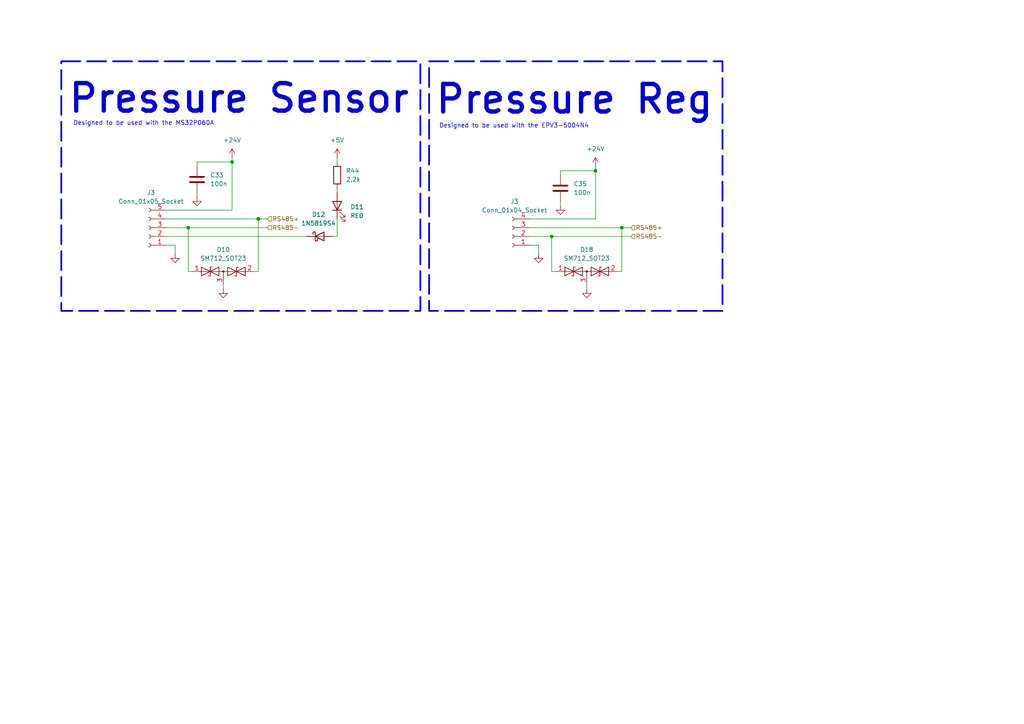
<source format=kicad_sch>
(kicad_sch
	(version 20250114)
	(generator "eeschema")
	(generator_version "9.0")
	(uuid "a3ca9936-6743-4cbb-a594-02d58465fc10")
	(paper "A4")
	(lib_symbols
		(symbol "Connector:Conn_01x04_Socket"
			(pin_names
				(offset 1.016)
				(hide yes)
			)
			(exclude_from_sim no)
			(in_bom yes)
			(on_board yes)
			(property "Reference" "J"
				(at 0 5.08 0)
				(effects
					(font
						(size 1.27 1.27)
					)
				)
			)
			(property "Value" "Conn_01x04_Socket"
				(at 0 -7.62 0)
				(effects
					(font
						(size 1.27 1.27)
					)
				)
			)
			(property "Footprint" ""
				(at 0 0 0)
				(effects
					(font
						(size 1.27 1.27)
					)
					(hide yes)
				)
			)
			(property "Datasheet" "~"
				(at 0 0 0)
				(effects
					(font
						(size 1.27 1.27)
					)
					(hide yes)
				)
			)
			(property "Description" "Generic connector, single row, 01x04, script generated"
				(at 0 0 0)
				(effects
					(font
						(size 1.27 1.27)
					)
					(hide yes)
				)
			)
			(property "ki_locked" ""
				(at 0 0 0)
				(effects
					(font
						(size 1.27 1.27)
					)
				)
			)
			(property "ki_keywords" "connector"
				(at 0 0 0)
				(effects
					(font
						(size 1.27 1.27)
					)
					(hide yes)
				)
			)
			(property "ki_fp_filters" "Connector*:*_1x??_*"
				(at 0 0 0)
				(effects
					(font
						(size 1.27 1.27)
					)
					(hide yes)
				)
			)
			(symbol "Conn_01x04_Socket_1_1"
				(polyline
					(pts
						(xy -1.27 2.54) (xy -0.508 2.54)
					)
					(stroke
						(width 0.1524)
						(type default)
					)
					(fill
						(type none)
					)
				)
				(polyline
					(pts
						(xy -1.27 0) (xy -0.508 0)
					)
					(stroke
						(width 0.1524)
						(type default)
					)
					(fill
						(type none)
					)
				)
				(polyline
					(pts
						(xy -1.27 -2.54) (xy -0.508 -2.54)
					)
					(stroke
						(width 0.1524)
						(type default)
					)
					(fill
						(type none)
					)
				)
				(polyline
					(pts
						(xy -1.27 -5.08) (xy -0.508 -5.08)
					)
					(stroke
						(width 0.1524)
						(type default)
					)
					(fill
						(type none)
					)
				)
				(arc
					(start 0 2.032)
					(mid -0.5058 2.54)
					(end 0 3.048)
					(stroke
						(width 0.1524)
						(type default)
					)
					(fill
						(type none)
					)
				)
				(arc
					(start 0 -0.508)
					(mid -0.5058 0)
					(end 0 0.508)
					(stroke
						(width 0.1524)
						(type default)
					)
					(fill
						(type none)
					)
				)
				(arc
					(start 0 -3.048)
					(mid -0.5058 -2.54)
					(end 0 -2.032)
					(stroke
						(width 0.1524)
						(type default)
					)
					(fill
						(type none)
					)
				)
				(arc
					(start 0 -5.588)
					(mid -0.5058 -5.08)
					(end 0 -4.572)
					(stroke
						(width 0.1524)
						(type default)
					)
					(fill
						(type none)
					)
				)
				(pin passive line
					(at -5.08 2.54 0)
					(length 3.81)
					(name "Pin_1"
						(effects
							(font
								(size 1.27 1.27)
							)
						)
					)
					(number "1"
						(effects
							(font
								(size 1.27 1.27)
							)
						)
					)
				)
				(pin passive line
					(at -5.08 0 0)
					(length 3.81)
					(name "Pin_2"
						(effects
							(font
								(size 1.27 1.27)
							)
						)
					)
					(number "2"
						(effects
							(font
								(size 1.27 1.27)
							)
						)
					)
				)
				(pin passive line
					(at -5.08 -2.54 0)
					(length 3.81)
					(name "Pin_3"
						(effects
							(font
								(size 1.27 1.27)
							)
						)
					)
					(number "3"
						(effects
							(font
								(size 1.27 1.27)
							)
						)
					)
				)
				(pin passive line
					(at -5.08 -5.08 0)
					(length 3.81)
					(name "Pin_4"
						(effects
							(font
								(size 1.27 1.27)
							)
						)
					)
					(number "4"
						(effects
							(font
								(size 1.27 1.27)
							)
						)
					)
				)
			)
			(embedded_fonts no)
		)
		(symbol "Connector:Conn_01x05_Socket"
			(pin_names
				(offset 1.016)
				(hide yes)
			)
			(exclude_from_sim no)
			(in_bom yes)
			(on_board yes)
			(property "Reference" "J"
				(at 0 7.62 0)
				(effects
					(font
						(size 1.27 1.27)
					)
				)
			)
			(property "Value" "Conn_01x05_Socket"
				(at 0 -7.62 0)
				(effects
					(font
						(size 1.27 1.27)
					)
				)
			)
			(property "Footprint" ""
				(at 0 0 0)
				(effects
					(font
						(size 1.27 1.27)
					)
					(hide yes)
				)
			)
			(property "Datasheet" "~"
				(at 0 0 0)
				(effects
					(font
						(size 1.27 1.27)
					)
					(hide yes)
				)
			)
			(property "Description" "Generic connector, single row, 01x05, script generated"
				(at 0 0 0)
				(effects
					(font
						(size 1.27 1.27)
					)
					(hide yes)
				)
			)
			(property "ki_locked" ""
				(at 0 0 0)
				(effects
					(font
						(size 1.27 1.27)
					)
				)
			)
			(property "ki_keywords" "connector"
				(at 0 0 0)
				(effects
					(font
						(size 1.27 1.27)
					)
					(hide yes)
				)
			)
			(property "ki_fp_filters" "Connector*:*_1x??_*"
				(at 0 0 0)
				(effects
					(font
						(size 1.27 1.27)
					)
					(hide yes)
				)
			)
			(symbol "Conn_01x05_Socket_1_1"
				(polyline
					(pts
						(xy -1.27 5.08) (xy -0.508 5.08)
					)
					(stroke
						(width 0.1524)
						(type default)
					)
					(fill
						(type none)
					)
				)
				(polyline
					(pts
						(xy -1.27 2.54) (xy -0.508 2.54)
					)
					(stroke
						(width 0.1524)
						(type default)
					)
					(fill
						(type none)
					)
				)
				(polyline
					(pts
						(xy -1.27 0) (xy -0.508 0)
					)
					(stroke
						(width 0.1524)
						(type default)
					)
					(fill
						(type none)
					)
				)
				(polyline
					(pts
						(xy -1.27 -2.54) (xy -0.508 -2.54)
					)
					(stroke
						(width 0.1524)
						(type default)
					)
					(fill
						(type none)
					)
				)
				(polyline
					(pts
						(xy -1.27 -5.08) (xy -0.508 -5.08)
					)
					(stroke
						(width 0.1524)
						(type default)
					)
					(fill
						(type none)
					)
				)
				(arc
					(start 0 4.572)
					(mid -0.5058 5.08)
					(end 0 5.588)
					(stroke
						(width 0.1524)
						(type default)
					)
					(fill
						(type none)
					)
				)
				(arc
					(start 0 2.032)
					(mid -0.5058 2.54)
					(end 0 3.048)
					(stroke
						(width 0.1524)
						(type default)
					)
					(fill
						(type none)
					)
				)
				(arc
					(start 0 -0.508)
					(mid -0.5058 0)
					(end 0 0.508)
					(stroke
						(width 0.1524)
						(type default)
					)
					(fill
						(type none)
					)
				)
				(arc
					(start 0 -3.048)
					(mid -0.5058 -2.54)
					(end 0 -2.032)
					(stroke
						(width 0.1524)
						(type default)
					)
					(fill
						(type none)
					)
				)
				(arc
					(start 0 -5.588)
					(mid -0.5058 -5.08)
					(end 0 -4.572)
					(stroke
						(width 0.1524)
						(type default)
					)
					(fill
						(type none)
					)
				)
				(pin passive line
					(at -5.08 5.08 0)
					(length 3.81)
					(name "Pin_1"
						(effects
							(font
								(size 1.27 1.27)
							)
						)
					)
					(number "1"
						(effects
							(font
								(size 1.27 1.27)
							)
						)
					)
				)
				(pin passive line
					(at -5.08 2.54 0)
					(length 3.81)
					(name "Pin_2"
						(effects
							(font
								(size 1.27 1.27)
							)
						)
					)
					(number "2"
						(effects
							(font
								(size 1.27 1.27)
							)
						)
					)
				)
				(pin passive line
					(at -5.08 0 0)
					(length 3.81)
					(name "Pin_3"
						(effects
							(font
								(size 1.27 1.27)
							)
						)
					)
					(number "3"
						(effects
							(font
								(size 1.27 1.27)
							)
						)
					)
				)
				(pin passive line
					(at -5.08 -2.54 0)
					(length 3.81)
					(name "Pin_4"
						(effects
							(font
								(size 1.27 1.27)
							)
						)
					)
					(number "4"
						(effects
							(font
								(size 1.27 1.27)
							)
						)
					)
				)
				(pin passive line
					(at -5.08 -5.08 0)
					(length 3.81)
					(name "Pin_5"
						(effects
							(font
								(size 1.27 1.27)
							)
						)
					)
					(number "5"
						(effects
							(font
								(size 1.27 1.27)
							)
						)
					)
				)
			)
			(embedded_fonts no)
		)
		(symbol "Device:C"
			(pin_numbers
				(hide yes)
			)
			(pin_names
				(offset 0.254)
			)
			(exclude_from_sim no)
			(in_bom yes)
			(on_board yes)
			(property "Reference" "C"
				(at 0.635 2.54 0)
				(effects
					(font
						(size 1.27 1.27)
					)
					(justify left)
				)
			)
			(property "Value" "C"
				(at 0.635 -2.54 0)
				(effects
					(font
						(size 1.27 1.27)
					)
					(justify left)
				)
			)
			(property "Footprint" ""
				(at 0.9652 -3.81 0)
				(effects
					(font
						(size 1.27 1.27)
					)
					(hide yes)
				)
			)
			(property "Datasheet" "~"
				(at 0 0 0)
				(effects
					(font
						(size 1.27 1.27)
					)
					(hide yes)
				)
			)
			(property "Description" "Unpolarized capacitor"
				(at 0 0 0)
				(effects
					(font
						(size 1.27 1.27)
					)
					(hide yes)
				)
			)
			(property "ki_keywords" "cap capacitor"
				(at 0 0 0)
				(effects
					(font
						(size 1.27 1.27)
					)
					(hide yes)
				)
			)
			(property "ki_fp_filters" "C_*"
				(at 0 0 0)
				(effects
					(font
						(size 1.27 1.27)
					)
					(hide yes)
				)
			)
			(symbol "C_0_1"
				(polyline
					(pts
						(xy -2.032 0.762) (xy 2.032 0.762)
					)
					(stroke
						(width 0.508)
						(type default)
					)
					(fill
						(type none)
					)
				)
				(polyline
					(pts
						(xy -2.032 -0.762) (xy 2.032 -0.762)
					)
					(stroke
						(width 0.508)
						(type default)
					)
					(fill
						(type none)
					)
				)
			)
			(symbol "C_1_1"
				(pin passive line
					(at 0 3.81 270)
					(length 2.794)
					(name "~"
						(effects
							(font
								(size 1.27 1.27)
							)
						)
					)
					(number "1"
						(effects
							(font
								(size 1.27 1.27)
							)
						)
					)
				)
				(pin passive line
					(at 0 -3.81 90)
					(length 2.794)
					(name "~"
						(effects
							(font
								(size 1.27 1.27)
							)
						)
					)
					(number "2"
						(effects
							(font
								(size 1.27 1.27)
							)
						)
					)
				)
			)
			(embedded_fonts no)
		)
		(symbol "Device:LED"
			(pin_numbers
				(hide yes)
			)
			(pin_names
				(offset 1.016)
				(hide yes)
			)
			(exclude_from_sim no)
			(in_bom yes)
			(on_board yes)
			(property "Reference" "D"
				(at 0 2.54 0)
				(effects
					(font
						(size 1.27 1.27)
					)
				)
			)
			(property "Value" "LED"
				(at 0 -2.54 0)
				(effects
					(font
						(size 1.27 1.27)
					)
				)
			)
			(property "Footprint" ""
				(at 0 0 0)
				(effects
					(font
						(size 1.27 1.27)
					)
					(hide yes)
				)
			)
			(property "Datasheet" "~"
				(at 0 0 0)
				(effects
					(font
						(size 1.27 1.27)
					)
					(hide yes)
				)
			)
			(property "Description" "Light emitting diode"
				(at 0 0 0)
				(effects
					(font
						(size 1.27 1.27)
					)
					(hide yes)
				)
			)
			(property "Sim.Pins" "1=K 2=A"
				(at 0 0 0)
				(effects
					(font
						(size 1.27 1.27)
					)
					(hide yes)
				)
			)
			(property "ki_keywords" "LED diode"
				(at 0 0 0)
				(effects
					(font
						(size 1.27 1.27)
					)
					(hide yes)
				)
			)
			(property "ki_fp_filters" "LED* LED_SMD:* LED_THT:*"
				(at 0 0 0)
				(effects
					(font
						(size 1.27 1.27)
					)
					(hide yes)
				)
			)
			(symbol "LED_0_1"
				(polyline
					(pts
						(xy -3.048 -0.762) (xy -4.572 -2.286) (xy -3.81 -2.286) (xy -4.572 -2.286) (xy -4.572 -1.524)
					)
					(stroke
						(width 0)
						(type default)
					)
					(fill
						(type none)
					)
				)
				(polyline
					(pts
						(xy -1.778 -0.762) (xy -3.302 -2.286) (xy -2.54 -2.286) (xy -3.302 -2.286) (xy -3.302 -1.524)
					)
					(stroke
						(width 0)
						(type default)
					)
					(fill
						(type none)
					)
				)
				(polyline
					(pts
						(xy -1.27 0) (xy 1.27 0)
					)
					(stroke
						(width 0)
						(type default)
					)
					(fill
						(type none)
					)
				)
				(polyline
					(pts
						(xy -1.27 -1.27) (xy -1.27 1.27)
					)
					(stroke
						(width 0.254)
						(type default)
					)
					(fill
						(type none)
					)
				)
				(polyline
					(pts
						(xy 1.27 -1.27) (xy 1.27 1.27) (xy -1.27 0) (xy 1.27 -1.27)
					)
					(stroke
						(width 0.254)
						(type default)
					)
					(fill
						(type none)
					)
				)
			)
			(symbol "LED_1_1"
				(pin passive line
					(at -3.81 0 0)
					(length 2.54)
					(name "K"
						(effects
							(font
								(size 1.27 1.27)
							)
						)
					)
					(number "1"
						(effects
							(font
								(size 1.27 1.27)
							)
						)
					)
				)
				(pin passive line
					(at 3.81 0 180)
					(length 2.54)
					(name "A"
						(effects
							(font
								(size 1.27 1.27)
							)
						)
					)
					(number "2"
						(effects
							(font
								(size 1.27 1.27)
							)
						)
					)
				)
			)
			(embedded_fonts no)
		)
		(symbol "Device:R"
			(pin_numbers
				(hide yes)
			)
			(pin_names
				(offset 0)
			)
			(exclude_from_sim no)
			(in_bom yes)
			(on_board yes)
			(property "Reference" "R"
				(at 2.032 0 90)
				(effects
					(font
						(size 1.27 1.27)
					)
				)
			)
			(property "Value" "R"
				(at 0 0 90)
				(effects
					(font
						(size 1.27 1.27)
					)
				)
			)
			(property "Footprint" ""
				(at -1.778 0 90)
				(effects
					(font
						(size 1.27 1.27)
					)
					(hide yes)
				)
			)
			(property "Datasheet" "~"
				(at 0 0 0)
				(effects
					(font
						(size 1.27 1.27)
					)
					(hide yes)
				)
			)
			(property "Description" "Resistor"
				(at 0 0 0)
				(effects
					(font
						(size 1.27 1.27)
					)
					(hide yes)
				)
			)
			(property "ki_keywords" "R res resistor"
				(at 0 0 0)
				(effects
					(font
						(size 1.27 1.27)
					)
					(hide yes)
				)
			)
			(property "ki_fp_filters" "R_*"
				(at 0 0 0)
				(effects
					(font
						(size 1.27 1.27)
					)
					(hide yes)
				)
			)
			(symbol "R_0_1"
				(rectangle
					(start -1.016 -2.54)
					(end 1.016 2.54)
					(stroke
						(width 0.254)
						(type default)
					)
					(fill
						(type none)
					)
				)
			)
			(symbol "R_1_1"
				(pin passive line
					(at 0 3.81 270)
					(length 1.27)
					(name "~"
						(effects
							(font
								(size 1.27 1.27)
							)
						)
					)
					(number "1"
						(effects
							(font
								(size 1.27 1.27)
							)
						)
					)
				)
				(pin passive line
					(at 0 -3.81 90)
					(length 1.27)
					(name "~"
						(effects
							(font
								(size 1.27 1.27)
							)
						)
					)
					(number "2"
						(effects
							(font
								(size 1.27 1.27)
							)
						)
					)
				)
			)
			(embedded_fonts no)
		)
		(symbol "Diode:1N5819"
			(pin_numbers
				(hide yes)
			)
			(pin_names
				(offset 1.016)
				(hide yes)
			)
			(exclude_from_sim no)
			(in_bom yes)
			(on_board yes)
			(property "Reference" "D"
				(at 0 2.54 0)
				(effects
					(font
						(size 1.27 1.27)
					)
				)
			)
			(property "Value" "1N5819"
				(at 0 -2.54 0)
				(effects
					(font
						(size 1.27 1.27)
					)
				)
			)
			(property "Footprint" "Diode_THT:D_DO-41_SOD81_P10.16mm_Horizontal"
				(at 0 -4.445 0)
				(effects
					(font
						(size 1.27 1.27)
					)
					(hide yes)
				)
			)
			(property "Datasheet" "http://www.vishay.com/docs/88525/1n5817.pdf"
				(at 0 0 0)
				(effects
					(font
						(size 1.27 1.27)
					)
					(hide yes)
				)
			)
			(property "Description" "40V 1A Schottky Barrier Rectifier Diode, DO-41"
				(at 0 0 0)
				(effects
					(font
						(size 1.27 1.27)
					)
					(hide yes)
				)
			)
			(property "ki_keywords" "diode Schottky"
				(at 0 0 0)
				(effects
					(font
						(size 1.27 1.27)
					)
					(hide yes)
				)
			)
			(property "ki_fp_filters" "D*DO?41*"
				(at 0 0 0)
				(effects
					(font
						(size 1.27 1.27)
					)
					(hide yes)
				)
			)
			(symbol "1N5819_0_1"
				(polyline
					(pts
						(xy -1.905 0.635) (xy -1.905 1.27) (xy -1.27 1.27) (xy -1.27 -1.27) (xy -0.635 -1.27) (xy -0.635 -0.635)
					)
					(stroke
						(width 0.254)
						(type default)
					)
					(fill
						(type none)
					)
				)
				(polyline
					(pts
						(xy 1.27 1.27) (xy 1.27 -1.27) (xy -1.27 0) (xy 1.27 1.27)
					)
					(stroke
						(width 0.254)
						(type default)
					)
					(fill
						(type none)
					)
				)
				(polyline
					(pts
						(xy 1.27 0) (xy -1.27 0)
					)
					(stroke
						(width 0)
						(type default)
					)
					(fill
						(type none)
					)
				)
			)
			(symbol "1N5819_1_1"
				(pin passive line
					(at -3.81 0 0)
					(length 2.54)
					(name "K"
						(effects
							(font
								(size 1.27 1.27)
							)
						)
					)
					(number "1"
						(effects
							(font
								(size 1.27 1.27)
							)
						)
					)
				)
				(pin passive line
					(at 3.81 0 180)
					(length 2.54)
					(name "A"
						(effects
							(font
								(size 1.27 1.27)
							)
						)
					)
					(number "2"
						(effects
							(font
								(size 1.27 1.27)
							)
						)
					)
				)
			)
			(embedded_fonts no)
		)
		(symbol "Diode:SM712_SOT23"
			(pin_names
				(offset 1.016)
				(hide yes)
			)
			(exclude_from_sim no)
			(in_bom yes)
			(on_board yes)
			(property "Reference" "D"
				(at 0 4.445 0)
				(effects
					(font
						(size 1.27 1.27)
					)
				)
			)
			(property "Value" "SM712_SOT23"
				(at 0 2.54 0)
				(effects
					(font
						(size 1.27 1.27)
					)
				)
			)
			(property "Footprint" "Package_TO_SOT_SMD:SOT-23"
				(at 0 -8.89 0)
				(effects
					(font
						(size 1.27 1.27)
					)
					(hide yes)
				)
			)
			(property "Datasheet" "https://www.littelfuse.com/~/media/electronics/datasheets/tvs_diode_arrays/littelfuse_tvs_diode_array_sm712_datasheet.pdf.pdf"
				(at -3.81 0 0)
				(effects
					(font
						(size 1.27 1.27)
					)
					(hide yes)
				)
			)
			(property "Description" "7V/12V, 600W Asymmetrical TVS Diode Array, SOT-23"
				(at 0 0 0)
				(effects
					(font
						(size 1.27 1.27)
					)
					(hide yes)
				)
			)
			(property "ki_keywords" "transient voltage suppressor thyrector transil"
				(at 0 0 0)
				(effects
					(font
						(size 1.27 1.27)
					)
					(hide yes)
				)
			)
			(property "ki_fp_filters" "SOT?23*"
				(at 0 0 0)
				(effects
					(font
						(size 1.27 1.27)
					)
					(hide yes)
				)
			)
			(symbol "SM712_SOT23_0_0"
				(polyline
					(pts
						(xy 0 -1.27) (xy 0 0)
					)
					(stroke
						(width 0)
						(type default)
					)
					(fill
						(type none)
					)
				)
			)
			(symbol "SM712_SOT23_0_1"
				(polyline
					(pts
						(xy -6.35 0) (xy 6.35 0)
					)
					(stroke
						(width 0)
						(type default)
					)
					(fill
						(type none)
					)
				)
				(polyline
					(pts
						(xy -6.35 -1.27) (xy -1.27 1.27) (xy -1.27 -1.27) (xy -6.35 1.27) (xy -6.35 -1.27)
					)
					(stroke
						(width 0.2032)
						(type default)
					)
					(fill
						(type none)
					)
				)
				(polyline
					(pts
						(xy -3.302 1.27) (xy -3.81 1.27) (xy -3.81 -1.27) (xy -4.318 -1.27)
					)
					(stroke
						(width 0.2032)
						(type default)
					)
					(fill
						(type none)
					)
				)
				(circle
					(center 0 0)
					(radius 0.254)
					(stroke
						(width 0)
						(type default)
					)
					(fill
						(type outline)
					)
				)
				(polyline
					(pts
						(xy 1.27 -1.27) (xy 1.27 1.27) (xy 6.35 -1.27) (xy 6.35 1.27) (xy 1.27 -1.27)
					)
					(stroke
						(width 0.2032)
						(type default)
					)
					(fill
						(type none)
					)
				)
				(polyline
					(pts
						(xy 4.318 1.27) (xy 3.81 1.27) (xy 3.81 -1.27) (xy 3.302 -1.27)
					)
					(stroke
						(width 0.2032)
						(type default)
					)
					(fill
						(type none)
					)
				)
			)
			(symbol "SM712_SOT23_1_1"
				(pin passive line
					(at -8.89 0 0)
					(length 2.54)
					(name "A1"
						(effects
							(font
								(size 1.27 1.27)
							)
						)
					)
					(number "1"
						(effects
							(font
								(size 1.27 1.27)
							)
						)
					)
				)
				(pin input line
					(at 0 -3.81 90)
					(length 2.54)
					(name "common"
						(effects
							(font
								(size 1.27 1.27)
							)
						)
					)
					(number "3"
						(effects
							(font
								(size 1.27 1.27)
							)
						)
					)
				)
				(pin passive line
					(at 8.89 0 180)
					(length 2.54)
					(name "A2"
						(effects
							(font
								(size 1.27 1.27)
							)
						)
					)
					(number "2"
						(effects
							(font
								(size 1.27 1.27)
							)
						)
					)
				)
			)
			(embedded_fonts no)
		)
		(symbol "power:+24V"
			(power)
			(pin_numbers
				(hide yes)
			)
			(pin_names
				(offset 0)
				(hide yes)
			)
			(exclude_from_sim no)
			(in_bom yes)
			(on_board yes)
			(property "Reference" "#PWR"
				(at 0 -3.81 0)
				(effects
					(font
						(size 1.27 1.27)
					)
					(hide yes)
				)
			)
			(property "Value" "+24V"
				(at 0 3.556 0)
				(effects
					(font
						(size 1.27 1.27)
					)
				)
			)
			(property "Footprint" ""
				(at 0 0 0)
				(effects
					(font
						(size 1.27 1.27)
					)
					(hide yes)
				)
			)
			(property "Datasheet" ""
				(at 0 0 0)
				(effects
					(font
						(size 1.27 1.27)
					)
					(hide yes)
				)
			)
			(property "Description" "Power symbol creates a global label with name \"+24V\""
				(at 0 0 0)
				(effects
					(font
						(size 1.27 1.27)
					)
					(hide yes)
				)
			)
			(property "ki_keywords" "global power"
				(at 0 0 0)
				(effects
					(font
						(size 1.27 1.27)
					)
					(hide yes)
				)
			)
			(symbol "+24V_0_1"
				(polyline
					(pts
						(xy -0.762 1.27) (xy 0 2.54)
					)
					(stroke
						(width 0)
						(type default)
					)
					(fill
						(type none)
					)
				)
				(polyline
					(pts
						(xy 0 2.54) (xy 0.762 1.27)
					)
					(stroke
						(width 0)
						(type default)
					)
					(fill
						(type none)
					)
				)
				(polyline
					(pts
						(xy 0 0) (xy 0 2.54)
					)
					(stroke
						(width 0)
						(type default)
					)
					(fill
						(type none)
					)
				)
			)
			(symbol "+24V_1_1"
				(pin power_in line
					(at 0 0 90)
					(length 0)
					(name "~"
						(effects
							(font
								(size 1.27 1.27)
							)
						)
					)
					(number "1"
						(effects
							(font
								(size 1.27 1.27)
							)
						)
					)
				)
			)
			(embedded_fonts no)
		)
		(symbol "power:+5V"
			(power)
			(pin_numbers
				(hide yes)
			)
			(pin_names
				(offset 0)
				(hide yes)
			)
			(exclude_from_sim no)
			(in_bom yes)
			(on_board yes)
			(property "Reference" "#PWR"
				(at 0 -3.81 0)
				(effects
					(font
						(size 1.27 1.27)
					)
					(hide yes)
				)
			)
			(property "Value" "+5V"
				(at 0 3.556 0)
				(effects
					(font
						(size 1.27 1.27)
					)
				)
			)
			(property "Footprint" ""
				(at 0 0 0)
				(effects
					(font
						(size 1.27 1.27)
					)
					(hide yes)
				)
			)
			(property "Datasheet" ""
				(at 0 0 0)
				(effects
					(font
						(size 1.27 1.27)
					)
					(hide yes)
				)
			)
			(property "Description" "Power symbol creates a global label with name \"+5V\""
				(at 0 0 0)
				(effects
					(font
						(size 1.27 1.27)
					)
					(hide yes)
				)
			)
			(property "ki_keywords" "global power"
				(at 0 0 0)
				(effects
					(font
						(size 1.27 1.27)
					)
					(hide yes)
				)
			)
			(symbol "+5V_0_1"
				(polyline
					(pts
						(xy -0.762 1.27) (xy 0 2.54)
					)
					(stroke
						(width 0)
						(type default)
					)
					(fill
						(type none)
					)
				)
				(polyline
					(pts
						(xy 0 2.54) (xy 0.762 1.27)
					)
					(stroke
						(width 0)
						(type default)
					)
					(fill
						(type none)
					)
				)
				(polyline
					(pts
						(xy 0 0) (xy 0 2.54)
					)
					(stroke
						(width 0)
						(type default)
					)
					(fill
						(type none)
					)
				)
			)
			(symbol "+5V_1_1"
				(pin power_in line
					(at 0 0 90)
					(length 0)
					(name "~"
						(effects
							(font
								(size 1.27 1.27)
							)
						)
					)
					(number "1"
						(effects
							(font
								(size 1.27 1.27)
							)
						)
					)
				)
			)
			(embedded_fonts no)
		)
		(symbol "power:GND"
			(power)
			(pin_numbers
				(hide yes)
			)
			(pin_names
				(offset 0)
				(hide yes)
			)
			(exclude_from_sim no)
			(in_bom yes)
			(on_board yes)
			(property "Reference" "#PWR"
				(at 0 -6.35 0)
				(effects
					(font
						(size 1.27 1.27)
					)
					(hide yes)
				)
			)
			(property "Value" "GND"
				(at 0 -3.81 0)
				(effects
					(font
						(size 1.27 1.27)
					)
				)
			)
			(property "Footprint" ""
				(at 0 0 0)
				(effects
					(font
						(size 1.27 1.27)
					)
					(hide yes)
				)
			)
			(property "Datasheet" ""
				(at 0 0 0)
				(effects
					(font
						(size 1.27 1.27)
					)
					(hide yes)
				)
			)
			(property "Description" "Power symbol creates a global label with name \"GND\" , ground"
				(at 0 0 0)
				(effects
					(font
						(size 1.27 1.27)
					)
					(hide yes)
				)
			)
			(property "ki_keywords" "global power"
				(at 0 0 0)
				(effects
					(font
						(size 1.27 1.27)
					)
					(hide yes)
				)
			)
			(symbol "GND_0_1"
				(polyline
					(pts
						(xy 0 0) (xy 0 -1.27) (xy 1.27 -1.27) (xy 0 -2.54) (xy -1.27 -1.27) (xy 0 -1.27)
					)
					(stroke
						(width 0)
						(type default)
					)
					(fill
						(type none)
					)
				)
			)
			(symbol "GND_1_1"
				(pin power_in line
					(at 0 0 270)
					(length 0)
					(name "~"
						(effects
							(font
								(size 1.27 1.27)
							)
						)
					)
					(number "1"
						(effects
							(font
								(size 1.27 1.27)
							)
						)
					)
				)
			)
			(embedded_fonts no)
		)
	)
	(rectangle
		(start 17.78 17.78)
		(end 121.92 90.17)
		(stroke
			(width 0.5)
			(type dash)
		)
		(fill
			(type none)
		)
		(uuid d79aea31-5563-4917-96ef-573901ebc1bb)
	)
	(rectangle
		(start 124.46 17.78)
		(end 209.55 90.17)
		(stroke
			(width 0.5)
			(type dash)
		)
		(fill
			(type none)
		)
		(uuid e57e1639-543d-4350-9eef-2731befedbed)
	)
	(text "Designed to be used with the EPV3-5004N4"
		(exclude_from_sim no)
		(at 149.098 36.576 0)
		(effects
			(font
				(size 1.27 1.27)
			)
		)
		(uuid "302bdf6c-276b-405d-8e17-3209099e358c")
	)
	(text "Designed to be used with the MS32P060A"
		(exclude_from_sim no)
		(at 41.656 35.814 0)
		(effects
			(font
				(size 1.27 1.27)
			)
		)
		(uuid "69ffb0a1-378e-403a-bff2-30319b87dab8")
	)
	(text "Pressure Sensor"
		(exclude_from_sim no)
		(at 69.342 28.702 0)
		(effects
			(font
				(size 8 8)
				(thickness 1.25)
			)
		)
		(uuid "9dcaa0f0-0265-409e-a8d2-d7ba4b0aa4a9")
	)
	(text "Pressure Reg"
		(exclude_from_sim no)
		(at 166.624 28.956 0)
		(effects
			(font
				(size 8 8)
				(thickness 1.25)
			)
		)
		(uuid "e88c872d-3b25-4e72-b3ef-8ceee91c4cd4")
	)
	(junction
		(at 67.31 46.99)
		(diameter 0)
		(color 0 0 0 0)
		(uuid "2911d728-0eab-4b75-b8bd-4ba3fc814798")
	)
	(junction
		(at 160.02 68.58)
		(diameter 0)
		(color 0 0 0 0)
		(uuid "46a60b04-9d97-4ff3-b4a1-36db0469d9a9")
	)
	(junction
		(at 74.93 63.5)
		(diameter 0)
		(color 0 0 0 0)
		(uuid "7ccf81b3-6ab4-4d15-8243-e776e6483beb")
	)
	(junction
		(at 54.61 66.04)
		(diameter 0)
		(color 0 0 0 0)
		(uuid "7d61340d-a086-44c1-a9e7-e0f4cf3828f3")
	)
	(junction
		(at 172.72 49.53)
		(diameter 0)
		(color 0 0 0 0)
		(uuid "b49d8d2a-01a1-43f6-97c0-aa97fa26884f")
	)
	(junction
		(at 180.34 66.04)
		(diameter 0)
		(color 0 0 0 0)
		(uuid "f9370711-8799-4e3b-8d1f-827ee83c8faa")
	)
	(wire
		(pts
			(xy 179.07 78.74) (xy 180.34 78.74)
		)
		(stroke
			(width 0)
			(type default)
		)
		(uuid "0e287786-a531-412b-8c3f-65eb01bc03c1")
	)
	(wire
		(pts
			(xy 48.26 66.04) (xy 54.61 66.04)
		)
		(stroke
			(width 0)
			(type default)
		)
		(uuid "1132e8b3-0415-41bb-96fb-c9fede6b44d1")
	)
	(wire
		(pts
			(xy 48.26 68.58) (xy 88.9 68.58)
		)
		(stroke
			(width 0)
			(type default)
		)
		(uuid "1e812d0c-b913-4472-9790-35734727ca4d")
	)
	(wire
		(pts
			(xy 97.79 45.72) (xy 97.79 46.99)
		)
		(stroke
			(width 0)
			(type default)
		)
		(uuid "224bafa6-f7ec-46da-a271-2cc38aab5c4d")
	)
	(wire
		(pts
			(xy 97.79 54.61) (xy 97.79 55.88)
		)
		(stroke
			(width 0)
			(type default)
		)
		(uuid "2d4f420d-18ad-4de0-8b08-3e79f5289ed9")
	)
	(wire
		(pts
			(xy 54.61 66.04) (xy 77.47 66.04)
		)
		(stroke
			(width 0)
			(type default)
		)
		(uuid "2df19aea-27da-4ba9-81ad-365fa7700310")
	)
	(wire
		(pts
			(xy 162.56 49.53) (xy 172.72 49.53)
		)
		(stroke
			(width 0)
			(type default)
		)
		(uuid "306f7df9-cb4f-4c25-8faf-84c9fa99b940")
	)
	(wire
		(pts
			(xy 162.56 58.42) (xy 162.56 59.69)
		)
		(stroke
			(width 0)
			(type default)
		)
		(uuid "308a2fe2-3ed4-44b6-9e7b-0dfdf47719ae")
	)
	(wire
		(pts
			(xy 50.8 71.12) (xy 50.8 73.66)
		)
		(stroke
			(width 0)
			(type default)
		)
		(uuid "372aae8b-5696-41a4-a0bc-2a2a6b75309e")
	)
	(wire
		(pts
			(xy 153.67 63.5) (xy 172.72 63.5)
		)
		(stroke
			(width 0)
			(type default)
		)
		(uuid "389de8dc-4a89-4b53-affd-ac9affc308ef")
	)
	(wire
		(pts
			(xy 160.02 68.58) (xy 160.02 78.74)
		)
		(stroke
			(width 0)
			(type default)
		)
		(uuid "3c0333bc-7c1d-4d60-b568-c683180f6f5d")
	)
	(wire
		(pts
			(xy 96.52 68.58) (xy 97.79 68.58)
		)
		(stroke
			(width 0)
			(type default)
		)
		(uuid "40e1c9a5-3adc-40da-85e4-c5181241bae3")
	)
	(wire
		(pts
			(xy 73.66 78.74) (xy 74.93 78.74)
		)
		(stroke
			(width 0)
			(type default)
		)
		(uuid "4eafbb70-6838-453c-b2c0-04a984c733f5")
	)
	(wire
		(pts
			(xy 160.02 68.58) (xy 182.88 68.58)
		)
		(stroke
			(width 0)
			(type default)
		)
		(uuid "51cb3e2a-e95a-4a9f-952f-8fafbc8c69b3")
	)
	(wire
		(pts
			(xy 161.29 78.74) (xy 160.02 78.74)
		)
		(stroke
			(width 0)
			(type default)
		)
		(uuid "592b547c-16eb-43be-a9d9-1b1f97b5d7d1")
	)
	(wire
		(pts
			(xy 57.15 55.88) (xy 57.15 57.15)
		)
		(stroke
			(width 0)
			(type default)
		)
		(uuid "5a57a2e1-f182-413f-9981-7ac4200d1bf8")
	)
	(wire
		(pts
			(xy 156.21 73.66) (xy 156.21 71.12)
		)
		(stroke
			(width 0)
			(type default)
		)
		(uuid "60487d02-a28b-41dd-816a-cc4e73aa91dc")
	)
	(wire
		(pts
			(xy 57.15 46.99) (xy 67.31 46.99)
		)
		(stroke
			(width 0)
			(type default)
		)
		(uuid "713a7607-213a-4cba-aacb-97b8cea4aa2e")
	)
	(wire
		(pts
			(xy 156.21 71.12) (xy 153.67 71.12)
		)
		(stroke
			(width 0)
			(type default)
		)
		(uuid "7efcee67-7079-470e-8192-ce4eb4b1e442")
	)
	(wire
		(pts
			(xy 74.93 78.74) (xy 74.93 63.5)
		)
		(stroke
			(width 0)
			(type default)
		)
		(uuid "8a5252ff-59e9-4487-99a9-1524529867c3")
	)
	(wire
		(pts
			(xy 67.31 46.99) (xy 67.31 60.96)
		)
		(stroke
			(width 0)
			(type default)
		)
		(uuid "8d604643-9a9a-45f5-bed3-78b78d32988a")
	)
	(wire
		(pts
			(xy 162.56 50.8) (xy 162.56 49.53)
		)
		(stroke
			(width 0)
			(type default)
		)
		(uuid "8e7b1967-ae15-4410-86fd-9687105a957f")
	)
	(wire
		(pts
			(xy 67.31 45.72) (xy 67.31 46.99)
		)
		(stroke
			(width 0)
			(type default)
		)
		(uuid "9963a434-8610-40b5-9209-0d6175aff5b2")
	)
	(wire
		(pts
			(xy 55.88 78.74) (xy 54.61 78.74)
		)
		(stroke
			(width 0)
			(type default)
		)
		(uuid "a09085a3-a0ce-4c7c-9852-6e0f1694a0a0")
	)
	(wire
		(pts
			(xy 170.18 82.55) (xy 170.18 83.82)
		)
		(stroke
			(width 0)
			(type default)
		)
		(uuid "a562d7f4-46e7-46f1-a4d2-e038e0d17c73")
	)
	(wire
		(pts
			(xy 180.34 66.04) (xy 182.88 66.04)
		)
		(stroke
			(width 0)
			(type default)
		)
		(uuid "ae60efc6-567f-4d76-997b-5c7bea95ac5b")
	)
	(wire
		(pts
			(xy 172.72 49.53) (xy 172.72 63.5)
		)
		(stroke
			(width 0)
			(type default)
		)
		(uuid "b665cf48-6399-41d9-9349-b26fb072eefe")
	)
	(wire
		(pts
			(xy 153.67 66.04) (xy 180.34 66.04)
		)
		(stroke
			(width 0)
			(type default)
		)
		(uuid "ba7fcb6c-cbf6-4874-a213-e2e0338c9bd9")
	)
	(wire
		(pts
			(xy 180.34 78.74) (xy 180.34 66.04)
		)
		(stroke
			(width 0)
			(type default)
		)
		(uuid "bd8cc1d1-a0fa-4804-863c-8ebb2834320b")
	)
	(wire
		(pts
			(xy 97.79 68.58) (xy 97.79 63.5)
		)
		(stroke
			(width 0)
			(type default)
		)
		(uuid "bfc38855-1d31-46fc-90c4-4ed2626098fe")
	)
	(wire
		(pts
			(xy 153.67 68.58) (xy 160.02 68.58)
		)
		(stroke
			(width 0)
			(type default)
		)
		(uuid "d3ed68ab-d8d7-49cf-99bf-71a557066e4b")
	)
	(wire
		(pts
			(xy 48.26 63.5) (xy 74.93 63.5)
		)
		(stroke
			(width 0)
			(type default)
		)
		(uuid "db67959e-7a7d-4255-98cd-8867782252a9")
	)
	(wire
		(pts
			(xy 57.15 48.26) (xy 57.15 46.99)
		)
		(stroke
			(width 0)
			(type default)
		)
		(uuid "e432ee51-7270-4f21-8a67-cded80441acd")
	)
	(wire
		(pts
			(xy 64.77 82.55) (xy 64.77 83.82)
		)
		(stroke
			(width 0)
			(type default)
		)
		(uuid "e889ad70-c33a-4781-ab78-c58f403a2bd6")
	)
	(wire
		(pts
			(xy 48.26 71.12) (xy 50.8 71.12)
		)
		(stroke
			(width 0)
			(type default)
		)
		(uuid "eed6b4a9-ec54-403e-b9bb-63f5e43e9e9b")
	)
	(wire
		(pts
			(xy 67.31 60.96) (xy 48.26 60.96)
		)
		(stroke
			(width 0)
			(type default)
		)
		(uuid "eef0caca-180b-4509-9bf1-323504fc6af4")
	)
	(wire
		(pts
			(xy 74.93 63.5) (xy 77.47 63.5)
		)
		(stroke
			(width 0)
			(type default)
		)
		(uuid "f0fd26d6-969e-4328-8465-5617ee6f8acf")
	)
	(wire
		(pts
			(xy 54.61 78.74) (xy 54.61 66.04)
		)
		(stroke
			(width 0)
			(type default)
		)
		(uuid "fc3b59a7-e5e4-45db-ad0e-7b61f20fead7")
	)
	(wire
		(pts
			(xy 172.72 48.26) (xy 172.72 49.53)
		)
		(stroke
			(width 0)
			(type default)
		)
		(uuid "ffbc068f-a574-4e9a-b3c4-97011169c4c1")
	)
	(hierarchical_label "RS485+"
		(shape input)
		(at 182.88 66.04 0)
		(effects
			(font
				(size 1.27 1.27)
			)
			(justify left)
		)
		(uuid "697d2dcb-6a7e-4a08-a361-9fd7443b38e3")
	)
	(hierarchical_label "RS485+"
		(shape input)
		(at 77.47 63.5 0)
		(effects
			(font
				(size 1.27 1.27)
			)
			(justify left)
		)
		(uuid "9950913e-6587-4202-bc07-6cf127f104ad")
	)
	(hierarchical_label "RS485-"
		(shape input)
		(at 182.88 68.58 0)
		(effects
			(font
				(size 1.27 1.27)
			)
			(justify left)
		)
		(uuid "a8dbe4ca-de0c-4120-b0e0-5fff638ccb95")
	)
	(hierarchical_label "RS485-"
		(shape input)
		(at 77.47 66.04 0)
		(effects
			(font
				(size 1.27 1.27)
			)
			(justify left)
		)
		(uuid "fd00af00-54cb-4063-85f2-1096ed91f714")
	)
	(symbol
		(lib_id "Connector:Conn_01x05_Socket")
		(at 43.18 66.04 180)
		(unit 1)
		(exclude_from_sim no)
		(in_bom yes)
		(on_board yes)
		(dnp no)
		(fields_autoplaced yes)
		(uuid "000f93fe-bbd4-44d2-81f4-5d1f68e6a2bb")
		(property "Reference" "J3"
			(at 43.815 55.88 0)
			(effects
				(font
					(size 1.27 1.27)
				)
			)
		)
		(property "Value" "Conn_01x05_Socket"
			(at 43.815 58.42 0)
			(effects
				(font
					(size 1.27 1.27)
				)
			)
		)
		(property "Footprint" ""
			(at 43.18 66.04 0)
			(effects
				(font
					(size 1.27 1.27)
				)
				(hide yes)
			)
		)
		(property "Datasheet" "~"
			(at 43.18 66.04 0)
			(effects
				(font
					(size 1.27 1.27)
				)
				(hide yes)
			)
		)
		(property "Description" "Generic connector, single row, 01x05, script generated"
			(at 43.18 66.04 0)
			(effects
				(font
					(size 1.27 1.27)
				)
				(hide yes)
			)
		)
		(pin "3"
			(uuid "4629f62a-fee4-4b8d-b19b-e805d83d6e32")
		)
		(pin "1"
			(uuid "9a31bcfa-f764-42d2-b7d2-a149326fa680")
		)
		(pin "2"
			(uuid "a6d88c37-67d2-410c-a1d2-bb4b722ed8e3")
		)
		(pin "5"
			(uuid "5f135617-3153-4494-b18a-a7c1208060bd")
		)
		(pin "4"
			(uuid "ab3aa670-0fc3-41af-ba6f-b32c06fff462")
		)
		(instances
			(project "Input_Eve_V1.0"
				(path "/519cd8d4-bb93-4bd2-8d6d-fc5bc7100516/c84ffb47-57ab-4169-8148-8e46607c6b53"
					(reference "J3")
					(unit 1)
				)
			)
		)
	)
	(symbol
		(lib_id "Diode:SM712_SOT23")
		(at 64.77 78.74 0)
		(unit 1)
		(exclude_from_sim no)
		(in_bom yes)
		(on_board yes)
		(dnp no)
		(fields_autoplaced yes)
		(uuid "0be6e09a-9524-47f7-8fff-f67274c1f3aa")
		(property "Reference" "D10"
			(at 64.77 72.39 0)
			(effects
				(font
					(size 1.27 1.27)
				)
			)
		)
		(property "Value" "SM712_SOT23"
			(at 64.77 74.93 0)
			(effects
				(font
					(size 1.27 1.27)
				)
			)
		)
		(property "Footprint" "Package_TO_SOT_SMD:SOT-23"
			(at 64.77 87.63 0)
			(effects
				(font
					(size 1.27 1.27)
				)
				(hide yes)
			)
		)
		(property "Datasheet" "https://www.littelfuse.com/~/media/electronics/datasheets/tvs_diode_arrays/littelfuse_tvs_diode_array_sm712_datasheet.pdf.pdf"
			(at 60.96 78.74 0)
			(effects
				(font
					(size 1.27 1.27)
				)
				(hide yes)
			)
		)
		(property "Description" "7V/12V, 600W Asymmetrical TVS Diode Array, SOT-23"
			(at 64.77 78.74 0)
			(effects
				(font
					(size 1.27 1.27)
				)
				(hide yes)
			)
		)
		(pin "3"
			(uuid "bc3f8e00-26bc-4087-8f15-2e83f443b4e7")
		)
		(pin "1"
			(uuid "d6f7c5b6-97a8-4df3-b3b3-3befc7563ad4")
		)
		(pin "2"
			(uuid "13fd357e-d08a-4e62-8365-c68c36003119")
		)
		(instances
			(project "Input_Eve_V1.0"
				(path "/519cd8d4-bb93-4bd2-8d6d-fc5bc7100516/c84ffb47-57ab-4169-8148-8e46607c6b53"
					(reference "D10")
					(unit 1)
				)
			)
		)
	)
	(symbol
		(lib_id "power:GND")
		(at 170.18 83.82 0)
		(unit 1)
		(exclude_from_sim no)
		(in_bom yes)
		(on_board yes)
		(dnp no)
		(fields_autoplaced yes)
		(uuid "2dfa7288-6099-478d-ad97-d7dac431001c")
		(property "Reference" "#PWR073"
			(at 170.18 90.17 0)
			(effects
				(font
					(size 1.27 1.27)
				)
				(hide yes)
			)
		)
		(property "Value" "GND"
			(at 170.18 88.9 0)
			(effects
				(font
					(size 1.27 1.27)
				)
				(hide yes)
			)
		)
		(property "Footprint" ""
			(at 170.18 83.82 0)
			(effects
				(font
					(size 1.27 1.27)
				)
				(hide yes)
			)
		)
		(property "Datasheet" ""
			(at 170.18 83.82 0)
			(effects
				(font
					(size 1.27 1.27)
				)
				(hide yes)
			)
		)
		(property "Description" "Power symbol creates a global label with name \"GND\" , ground"
			(at 170.18 83.82 0)
			(effects
				(font
					(size 1.27 1.27)
				)
				(hide yes)
			)
		)
		(pin "1"
			(uuid "06fa3cf1-c614-4d56-9934-a747584604ad")
		)
		(instances
			(project "Input_Eve_V1.0"
				(path "/519cd8d4-bb93-4bd2-8d6d-fc5bc7100516/c84ffb47-57ab-4169-8148-8e46607c6b53"
					(reference "#PWR073")
					(unit 1)
				)
			)
		)
	)
	(symbol
		(lib_id "power:GND")
		(at 156.21 73.66 0)
		(unit 1)
		(exclude_from_sim no)
		(in_bom yes)
		(on_board yes)
		(dnp no)
		(fields_autoplaced yes)
		(uuid "42ae6073-b361-4705-a188-99fc7c697d98")
		(property "Reference" "#PWR072"
			(at 156.21 80.01 0)
			(effects
				(font
					(size 1.27 1.27)
				)
				(hide yes)
			)
		)
		(property "Value" "GND"
			(at 156.21 78.74 0)
			(effects
				(font
					(size 1.27 1.27)
				)
				(hide yes)
			)
		)
		(property "Footprint" ""
			(at 156.21 73.66 0)
			(effects
				(font
					(size 1.27 1.27)
				)
				(hide yes)
			)
		)
		(property "Datasheet" ""
			(at 156.21 73.66 0)
			(effects
				(font
					(size 1.27 1.27)
				)
				(hide yes)
			)
		)
		(property "Description" "Power symbol creates a global label with name \"GND\" , ground"
			(at 156.21 73.66 0)
			(effects
				(font
					(size 1.27 1.27)
				)
				(hide yes)
			)
		)
		(pin "1"
			(uuid "591bcb58-f77e-49ca-9d56-a9f9204d4b51")
		)
		(instances
			(project "Input_Eve_V1.0"
				(path "/519cd8d4-bb93-4bd2-8d6d-fc5bc7100516/c84ffb47-57ab-4169-8148-8e46607c6b53"
					(reference "#PWR072")
					(unit 1)
				)
			)
		)
	)
	(symbol
		(lib_id "Device:LED")
		(at 97.79 59.69 90)
		(unit 1)
		(exclude_from_sim no)
		(in_bom yes)
		(on_board yes)
		(dnp no)
		(fields_autoplaced yes)
		(uuid "486673e2-878c-4a51-b5fb-959de4a68929")
		(property "Reference" "D11"
			(at 101.6 60.0074 90)
			(effects
				(font
					(size 1.27 1.27)
				)
				(justify right)
			)
		)
		(property "Value" "RED"
			(at 101.6 62.5474 90)
			(effects
				(font
					(size 1.27 1.27)
				)
				(justify right)
			)
		)
		(property "Footprint" "LED_SMD:LED_0603_1608Metric"
			(at 97.79 59.69 0)
			(effects
				(font
					(size 1.27 1.27)
				)
				(hide yes)
			)
		)
		(property "Datasheet" "~"
			(at 97.79 59.69 0)
			(effects
				(font
					(size 1.27 1.27)
				)
				(hide yes)
			)
		)
		(property "Description" "Light emitting diode"
			(at 97.79 59.69 0)
			(effects
				(font
					(size 1.27 1.27)
				)
				(hide yes)
			)
		)
		(property "Sim.Pins" "1=K 2=A"
			(at 97.79 59.69 0)
			(effects
				(font
					(size 1.27 1.27)
				)
				(hide yes)
			)
		)
		(pin "1"
			(uuid "88ca797f-bd75-4301-b06c-0a2f4067283a")
		)
		(pin "2"
			(uuid "511ef11a-45bf-465f-90a2-04a58c4169f0")
		)
		(instances
			(project "Input_Eve_V1.0"
				(path "/519cd8d4-bb93-4bd2-8d6d-fc5bc7100516/c84ffb47-57ab-4169-8148-8e46607c6b53"
					(reference "D11")
					(unit 1)
				)
			)
		)
	)
	(symbol
		(lib_id "Device:C")
		(at 57.15 52.07 0)
		(unit 1)
		(exclude_from_sim no)
		(in_bom yes)
		(on_board yes)
		(dnp no)
		(fields_autoplaced yes)
		(uuid "61b12654-3d10-4bc1-8075-5fedcfc639f3")
		(property "Reference" "C33"
			(at 60.96 50.7999 0)
			(effects
				(font
					(size 1.27 1.27)
				)
				(justify left)
			)
		)
		(property "Value" "100n"
			(at 60.96 53.3399 0)
			(effects
				(font
					(size 1.27 1.27)
				)
				(justify left)
			)
		)
		(property "Footprint" "Capacitor_SMD:C_0402_1005Metric"
			(at 58.1152 55.88 0)
			(effects
				(font
					(size 1.27 1.27)
				)
				(hide yes)
			)
		)
		(property "Datasheet" "~"
			(at 57.15 52.07 0)
			(effects
				(font
					(size 1.27 1.27)
				)
				(hide yes)
			)
		)
		(property "Description" "Unpolarized capacitor"
			(at 57.15 52.07 0)
			(effects
				(font
					(size 1.27 1.27)
				)
				(hide yes)
			)
		)
		(pin "1"
			(uuid "b2a84565-f7e3-488b-8278-17bf7ac280ce")
		)
		(pin "2"
			(uuid "48ac78d7-bc46-4b56-a08a-b4d1eb6fbf90")
		)
		(instances
			(project "Input_Eve_V1.0"
				(path "/519cd8d4-bb93-4bd2-8d6d-fc5bc7100516/c84ffb47-57ab-4169-8148-8e46607c6b53"
					(reference "C33")
					(unit 1)
				)
			)
		)
	)
	(symbol
		(lib_id "Device:C")
		(at 162.56 54.61 0)
		(unit 1)
		(exclude_from_sim no)
		(in_bom yes)
		(on_board yes)
		(dnp no)
		(fields_autoplaced yes)
		(uuid "65d2ea34-ca01-476f-85e8-280e31e5ce9c")
		(property "Reference" "C35"
			(at 166.37 53.3399 0)
			(effects
				(font
					(size 1.27 1.27)
				)
				(justify left)
			)
		)
		(property "Value" "100n"
			(at 166.37 55.8799 0)
			(effects
				(font
					(size 1.27 1.27)
				)
				(justify left)
			)
		)
		(property "Footprint" "Capacitor_SMD:C_0402_1005Metric"
			(at 163.5252 58.42 0)
			(effects
				(font
					(size 1.27 1.27)
				)
				(hide yes)
			)
		)
		(property "Datasheet" "~"
			(at 162.56 54.61 0)
			(effects
				(font
					(size 1.27 1.27)
				)
				(hide yes)
			)
		)
		(property "Description" "Unpolarized capacitor"
			(at 162.56 54.61 0)
			(effects
				(font
					(size 1.27 1.27)
				)
				(hide yes)
			)
		)
		(pin "1"
			(uuid "9a9b0dd6-3fa7-42ab-8c10-d183b3807c4b")
		)
		(pin "2"
			(uuid "854875bc-e112-4bb2-9583-e4a26859381e")
		)
		(instances
			(project "Input_Eve_V1.0"
				(path "/519cd8d4-bb93-4bd2-8d6d-fc5bc7100516/c84ffb47-57ab-4169-8148-8e46607c6b53"
					(reference "C35")
					(unit 1)
				)
			)
		)
	)
	(symbol
		(lib_id "Diode:SM712_SOT23")
		(at 170.18 78.74 0)
		(unit 1)
		(exclude_from_sim no)
		(in_bom yes)
		(on_board yes)
		(dnp no)
		(fields_autoplaced yes)
		(uuid "71c83a5d-14d3-4ad3-818c-bda7c286f01a")
		(property "Reference" "D18"
			(at 170.18 72.39 0)
			(effects
				(font
					(size 1.27 1.27)
				)
			)
		)
		(property "Value" "SM712_SOT23"
			(at 170.18 74.93 0)
			(effects
				(font
					(size 1.27 1.27)
				)
			)
		)
		(property "Footprint" "Package_TO_SOT_SMD:SOT-23"
			(at 170.18 87.63 0)
			(effects
				(font
					(size 1.27 1.27)
				)
				(hide yes)
			)
		)
		(property "Datasheet" "https://www.littelfuse.com/~/media/electronics/datasheets/tvs_diode_arrays/littelfuse_tvs_diode_array_sm712_datasheet.pdf.pdf"
			(at 166.37 78.74 0)
			(effects
				(font
					(size 1.27 1.27)
				)
				(hide yes)
			)
		)
		(property "Description" "7V/12V, 600W Asymmetrical TVS Diode Array, SOT-23"
			(at 170.18 78.74 0)
			(effects
				(font
					(size 1.27 1.27)
				)
				(hide yes)
			)
		)
		(pin "3"
			(uuid "0c111aeb-f81d-4806-abba-17c6a2386dd8")
		)
		(pin "1"
			(uuid "cfe377c6-269f-4dd8-a902-e019b272cc3c")
		)
		(pin "2"
			(uuid "b156dbeb-9ddc-41a6-b80f-98fd4c3c7e77")
		)
		(instances
			(project "Input_Eve_V1.0"
				(path "/519cd8d4-bb93-4bd2-8d6d-fc5bc7100516/c84ffb47-57ab-4169-8148-8e46607c6b53"
					(reference "D18")
					(unit 1)
				)
			)
		)
	)
	(symbol
		(lib_id "Diode:1N5819")
		(at 92.71 68.58 0)
		(unit 1)
		(exclude_from_sim no)
		(in_bom yes)
		(on_board yes)
		(dnp no)
		(fields_autoplaced yes)
		(uuid "77606896-f7c0-4be9-a067-21f17552302f")
		(property "Reference" "D12"
			(at 92.3925 62.23 0)
			(effects
				(font
					(size 1.27 1.27)
				)
			)
		)
		(property "Value" "1N5819S4"
			(at 92.3925 64.77 0)
			(effects
				(font
					(size 1.27 1.27)
				)
			)
		)
		(property "Footprint" "Diode_THT:D_DO-41_SOD81_P10.16mm_Horizontal"
			(at 92.71 73.025 0)
			(effects
				(font
					(size 1.27 1.27)
				)
				(hide yes)
			)
		)
		(property "Datasheet" "http://www.vishay.com/docs/88525/1n5817.pdf"
			(at 92.71 68.58 0)
			(effects
				(font
					(size 1.27 1.27)
				)
				(hide yes)
			)
		)
		(property "Description" "40V 1A Schottky Barrier Rectifier Diode, DO-41"
			(at 92.71 68.58 0)
			(effects
				(font
					(size 1.27 1.27)
				)
				(hide yes)
			)
		)
		(pin "1"
			(uuid "7bb60485-8b1f-45b6-8d41-5b290ffa9261")
		)
		(pin "2"
			(uuid "c26dd6b4-7324-4547-b0a9-566ee13dde76")
		)
		(instances
			(project "Input_Eve_V1.0"
				(path "/519cd8d4-bb93-4bd2-8d6d-fc5bc7100516/c84ffb47-57ab-4169-8148-8e46607c6b53"
					(reference "D12")
					(unit 1)
				)
			)
		)
	)
	(symbol
		(lib_id "power:GND")
		(at 64.77 83.82 0)
		(unit 1)
		(exclude_from_sim no)
		(in_bom yes)
		(on_board yes)
		(dnp no)
		(fields_autoplaced yes)
		(uuid "7b69b0ce-f84d-4c64-90e0-e3e23ed97048")
		(property "Reference" "#PWR049"
			(at 64.77 90.17 0)
			(effects
				(font
					(size 1.27 1.27)
				)
				(hide yes)
			)
		)
		(property "Value" "GND"
			(at 64.77 88.9 0)
			(effects
				(font
					(size 1.27 1.27)
				)
				(hide yes)
			)
		)
		(property "Footprint" ""
			(at 64.77 83.82 0)
			(effects
				(font
					(size 1.27 1.27)
				)
				(hide yes)
			)
		)
		(property "Datasheet" ""
			(at 64.77 83.82 0)
			(effects
				(font
					(size 1.27 1.27)
				)
				(hide yes)
			)
		)
		(property "Description" "Power symbol creates a global label with name \"GND\" , ground"
			(at 64.77 83.82 0)
			(effects
				(font
					(size 1.27 1.27)
				)
				(hide yes)
			)
		)
		(pin "1"
			(uuid "3e96efd7-3c71-4ccb-afcf-13574fc2711e")
		)
		(instances
			(project "Input_Eve_V1.0"
				(path "/519cd8d4-bb93-4bd2-8d6d-fc5bc7100516/c84ffb47-57ab-4169-8148-8e46607c6b53"
					(reference "#PWR049")
					(unit 1)
				)
			)
		)
	)
	(symbol
		(lib_id "power:GND")
		(at 162.56 59.69 0)
		(unit 1)
		(exclude_from_sim no)
		(in_bom yes)
		(on_board yes)
		(dnp no)
		(fields_autoplaced yes)
		(uuid "897f7e3d-9229-4173-92ee-dc69a031bdca")
		(property "Reference" "#PWR070"
			(at 162.56 66.04 0)
			(effects
				(font
					(size 1.27 1.27)
				)
				(hide yes)
			)
		)
		(property "Value" "GND"
			(at 162.56 64.77 0)
			(effects
				(font
					(size 1.27 1.27)
				)
				(hide yes)
			)
		)
		(property "Footprint" ""
			(at 162.56 59.69 0)
			(effects
				(font
					(size 1.27 1.27)
				)
				(hide yes)
			)
		)
		(property "Datasheet" ""
			(at 162.56 59.69 0)
			(effects
				(font
					(size 1.27 1.27)
				)
				(hide yes)
			)
		)
		(property "Description" "Power symbol creates a global label with name \"GND\" , ground"
			(at 162.56 59.69 0)
			(effects
				(font
					(size 1.27 1.27)
				)
				(hide yes)
			)
		)
		(pin "1"
			(uuid "2b00cf85-901b-4280-b8e1-7f1a1dbf2398")
		)
		(instances
			(project "Input_Eve_V1.0"
				(path "/519cd8d4-bb93-4bd2-8d6d-fc5bc7100516/c84ffb47-57ab-4169-8148-8e46607c6b53"
					(reference "#PWR070")
					(unit 1)
				)
			)
		)
	)
	(symbol
		(lib_id "power:+24V")
		(at 172.72 48.26 0)
		(unit 1)
		(exclude_from_sim no)
		(in_bom yes)
		(on_board yes)
		(dnp no)
		(fields_autoplaced yes)
		(uuid "a065dd7f-c838-43e1-9d51-b5e7e16a6ad2")
		(property "Reference" "#PWR071"
			(at 172.72 52.07 0)
			(effects
				(font
					(size 1.27 1.27)
				)
				(hide yes)
			)
		)
		(property "Value" "+24V"
			(at 172.72 43.18 0)
			(effects
				(font
					(size 1.27 1.27)
				)
			)
		)
		(property "Footprint" ""
			(at 172.72 48.26 0)
			(effects
				(font
					(size 1.27 1.27)
				)
				(hide yes)
			)
		)
		(property "Datasheet" ""
			(at 172.72 48.26 0)
			(effects
				(font
					(size 1.27 1.27)
				)
				(hide yes)
			)
		)
		(property "Description" "Power symbol creates a global label with name \"+24V\""
			(at 172.72 48.26 0)
			(effects
				(font
					(size 1.27 1.27)
				)
				(hide yes)
			)
		)
		(pin "1"
			(uuid "f713b5f2-8a25-47bd-90f9-be0eb241ed39")
		)
		(instances
			(project "Input_Eve_V1.0"
				(path "/519cd8d4-bb93-4bd2-8d6d-fc5bc7100516/c84ffb47-57ab-4169-8148-8e46607c6b53"
					(reference "#PWR071")
					(unit 1)
				)
			)
		)
	)
	(symbol
		(lib_id "power:+24V")
		(at 67.31 45.72 0)
		(unit 1)
		(exclude_from_sim no)
		(in_bom yes)
		(on_board yes)
		(dnp no)
		(fields_autoplaced yes)
		(uuid "ade2869e-afff-4add-918b-00811e362d73")
		(property "Reference" "#PWR052"
			(at 67.31 49.53 0)
			(effects
				(font
					(size 1.27 1.27)
				)
				(hide yes)
			)
		)
		(property "Value" "+24V"
			(at 67.31 40.64 0)
			(effects
				(font
					(size 1.27 1.27)
				)
			)
		)
		(property "Footprint" ""
			(at 67.31 45.72 0)
			(effects
				(font
					(size 1.27 1.27)
				)
				(hide yes)
			)
		)
		(property "Datasheet" ""
			(at 67.31 45.72 0)
			(effects
				(font
					(size 1.27 1.27)
				)
				(hide yes)
			)
		)
		(property "Description" "Power symbol creates a global label with name \"+24V\""
			(at 67.31 45.72 0)
			(effects
				(font
					(size 1.27 1.27)
				)
				(hide yes)
			)
		)
		(pin "1"
			(uuid "3c011ce5-821f-482d-8596-fe7bccd5ec58")
		)
		(instances
			(project "Input_Eve_V1.0"
				(path "/519cd8d4-bb93-4bd2-8d6d-fc5bc7100516/c84ffb47-57ab-4169-8148-8e46607c6b53"
					(reference "#PWR052")
					(unit 1)
				)
			)
		)
	)
	(symbol
		(lib_id "Connector:Conn_01x04_Socket")
		(at 148.59 68.58 180)
		(unit 1)
		(exclude_from_sim no)
		(in_bom yes)
		(on_board yes)
		(dnp no)
		(fields_autoplaced yes)
		(uuid "ca0034e2-819e-4a8b-b936-9acc7a53fb94")
		(property "Reference" "J3"
			(at 149.225 58.42 0)
			(effects
				(font
					(size 1.27 1.27)
				)
			)
		)
		(property "Value" "Conn_01x04_Socket"
			(at 149.225 60.96 0)
			(effects
				(font
					(size 1.27 1.27)
				)
			)
		)
		(property "Footprint" ""
			(at 148.59 68.58 0)
			(effects
				(font
					(size 1.27 1.27)
				)
				(hide yes)
			)
		)
		(property "Datasheet" "~"
			(at 148.59 68.58 0)
			(effects
				(font
					(size 1.27 1.27)
				)
				(hide yes)
			)
		)
		(property "Description" "Generic connector, single row, 01x04, script generated"
			(at 148.59 68.58 0)
			(effects
				(font
					(size 1.27 1.27)
				)
				(hide yes)
			)
		)
		(pin "1"
			(uuid "cb1e47ac-d552-4c23-80fa-0a288971769a")
		)
		(pin "2"
			(uuid "3a6368b2-ff1a-4d2b-a863-ce7596671cda")
		)
		(pin "3"
			(uuid "b2f2243d-d917-411b-b39d-2d9b2c532415")
		)
		(pin "4"
			(uuid "2c275ea4-cd4d-446e-ace7-80f2fbf679d8")
		)
		(instances
			(project "Input_Eve_V1.0"
				(path "/519cd8d4-bb93-4bd2-8d6d-fc5bc7100516/c84ffb47-57ab-4169-8148-8e46607c6b53"
					(reference "J3")
					(unit 1)
				)
			)
		)
	)
	(symbol
		(lib_id "power:+5V")
		(at 97.79 45.72 0)
		(unit 1)
		(exclude_from_sim no)
		(in_bom yes)
		(on_board yes)
		(dnp no)
		(fields_autoplaced yes)
		(uuid "d43496ab-4d52-4733-a56e-de3b20e70135")
		(property "Reference" "#PWR054"
			(at 97.79 49.53 0)
			(effects
				(font
					(size 1.27 1.27)
				)
				(hide yes)
			)
		)
		(property "Value" "+5V"
			(at 97.79 40.64 0)
			(effects
				(font
					(size 1.27 1.27)
				)
			)
		)
		(property "Footprint" ""
			(at 97.79 45.72 0)
			(effects
				(font
					(size 1.27 1.27)
				)
				(hide yes)
			)
		)
		(property "Datasheet" ""
			(at 97.79 45.72 0)
			(effects
				(font
					(size 1.27 1.27)
				)
				(hide yes)
			)
		)
		(property "Description" "Power symbol creates a global label with name \"+5V\""
			(at 97.79 45.72 0)
			(effects
				(font
					(size 1.27 1.27)
				)
				(hide yes)
			)
		)
		(pin "1"
			(uuid "946b62ac-bed0-42b6-8e91-9f8823c4d928")
		)
		(instances
			(project "Input_Eve_V1.0"
				(path "/519cd8d4-bb93-4bd2-8d6d-fc5bc7100516/c84ffb47-57ab-4169-8148-8e46607c6b53"
					(reference "#PWR054")
					(unit 1)
				)
			)
		)
	)
	(symbol
		(lib_id "power:GND")
		(at 50.8 73.66 0)
		(unit 1)
		(exclude_from_sim no)
		(in_bom yes)
		(on_board yes)
		(dnp no)
		(fields_autoplaced yes)
		(uuid "d68b76e8-dc98-4c4d-9cc6-3cde43adb8c7")
		(property "Reference" "#PWR051"
			(at 50.8 80.01 0)
			(effects
				(font
					(size 1.27 1.27)
				)
				(hide yes)
			)
		)
		(property "Value" "GND"
			(at 50.8 78.74 0)
			(effects
				(font
					(size 1.27 1.27)
				)
				(hide yes)
			)
		)
		(property "Footprint" ""
			(at 50.8 73.66 0)
			(effects
				(font
					(size 1.27 1.27)
				)
				(hide yes)
			)
		)
		(property "Datasheet" ""
			(at 50.8 73.66 0)
			(effects
				(font
					(size 1.27 1.27)
				)
				(hide yes)
			)
		)
		(property "Description" "Power symbol creates a global label with name \"GND\" , ground"
			(at 50.8 73.66 0)
			(effects
				(font
					(size 1.27 1.27)
				)
				(hide yes)
			)
		)
		(pin "1"
			(uuid "644b0fec-d27d-4c3c-9736-afbf56887f5b")
		)
		(instances
			(project "Input_Eve_V1.0"
				(path "/519cd8d4-bb93-4bd2-8d6d-fc5bc7100516/c84ffb47-57ab-4169-8148-8e46607c6b53"
					(reference "#PWR051")
					(unit 1)
				)
			)
		)
	)
	(symbol
		(lib_id "power:GND")
		(at 57.15 57.15 0)
		(unit 1)
		(exclude_from_sim no)
		(in_bom yes)
		(on_board yes)
		(dnp no)
		(fields_autoplaced yes)
		(uuid "d8881235-fed3-4889-a45d-22c21d178a5b")
		(property "Reference" "#PWR053"
			(at 57.15 63.5 0)
			(effects
				(font
					(size 1.27 1.27)
				)
				(hide yes)
			)
		)
		(property "Value" "GND"
			(at 57.15 62.23 0)
			(effects
				(font
					(size 1.27 1.27)
				)
				(hide yes)
			)
		)
		(property "Footprint" ""
			(at 57.15 57.15 0)
			(effects
				(font
					(size 1.27 1.27)
				)
				(hide yes)
			)
		)
		(property "Datasheet" ""
			(at 57.15 57.15 0)
			(effects
				(font
					(size 1.27 1.27)
				)
				(hide yes)
			)
		)
		(property "Description" "Power symbol creates a global label with name \"GND\" , ground"
			(at 57.15 57.15 0)
			(effects
				(font
					(size 1.27 1.27)
				)
				(hide yes)
			)
		)
		(pin "1"
			(uuid "f5a0febb-8abf-4f98-ae00-661f09a50925")
		)
		(instances
			(project "Input_Eve_V1.0"
				(path "/519cd8d4-bb93-4bd2-8d6d-fc5bc7100516/c84ffb47-57ab-4169-8148-8e46607c6b53"
					(reference "#PWR053")
					(unit 1)
				)
			)
		)
	)
	(symbol
		(lib_id "Device:R")
		(at 97.79 50.8 0)
		(unit 1)
		(exclude_from_sim no)
		(in_bom yes)
		(on_board yes)
		(dnp no)
		(fields_autoplaced yes)
		(uuid "dd1f3d1d-04b7-4fe7-894c-aef9a1fa8947")
		(property "Reference" "R44"
			(at 100.33 49.5299 0)
			(effects
				(font
					(size 1.27 1.27)
				)
				(justify left)
			)
		)
		(property "Value" "2.2k"
			(at 100.33 52.0699 0)
			(effects
				(font
					(size 1.27 1.27)
				)
				(justify left)
			)
		)
		(property "Footprint" "Resistor_SMD:R_0402_1005Metric"
			(at 96.012 50.8 90)
			(effects
				(font
					(size 1.27 1.27)
				)
				(hide yes)
			)
		)
		(property "Datasheet" "~"
			(at 97.79 50.8 0)
			(effects
				(font
					(size 1.27 1.27)
				)
				(hide yes)
			)
		)
		(property "Description" "Resistor"
			(at 97.79 50.8 0)
			(effects
				(font
					(size 1.27 1.27)
				)
				(hide yes)
			)
		)
		(pin "2"
			(uuid "e1c232e5-cecc-492b-936d-b382de28a672")
		)
		(pin "1"
			(uuid "40bbb43a-638d-45a9-9b74-e6dc5deab1a4")
		)
		(instances
			(project "Input_Eve_V1.0"
				(path "/519cd8d4-bb93-4bd2-8d6d-fc5bc7100516/c84ffb47-57ab-4169-8148-8e46607c6b53"
					(reference "R44")
					(unit 1)
				)
			)
		)
	)
)

</source>
